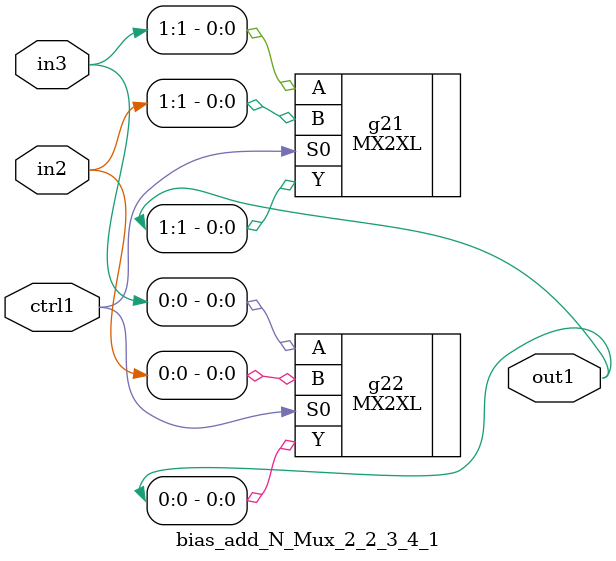
<source format=v>
`timescale 1ps / 1ps


module bias_add_N_Mux_2_2_3_4_1(in3, in2, ctrl1, out1);
  input [1:0] in3, in2;
  input ctrl1;
  output [1:0] out1;
  wire [1:0] in3, in2;
  wire ctrl1;
  wire [1:0] out1;
  MX2XL g21(.A (in3[1]), .B (in2[1]), .S0 (ctrl1), .Y (out1[1]));
  MX2XL g22(.A (in3[0]), .B (in2[0]), .S0 (ctrl1), .Y (out1[0]));
endmodule



</source>
